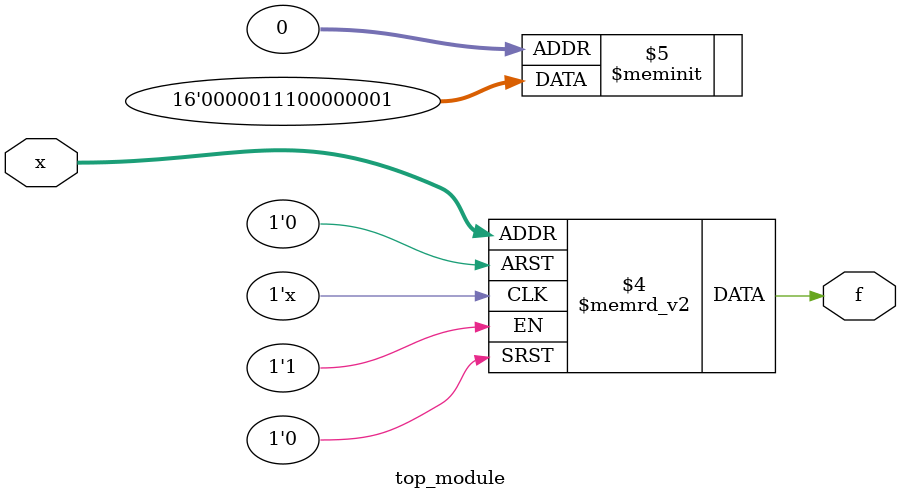
<source format=sv>
module top_module (
    input [4:1] x,
    output logic f
);

always_comb begin
    case (x)
        4'b0000, 4'b1000, 4'b1001, 4'b1010: f = 1'b1; // Represent the 1 cells in the Karnaugh map
        4'b0001, 4'b0010, 4'b0011, 4'b0100, 4'b0101, 4'b0110, 4'b0111, 4'b1011, 4'b1100, 4'b1101, 4'b1110, 4'b1111: f = 1'b0;
        default: f = 1'b0;
    endcase
end

endmodule

</source>
